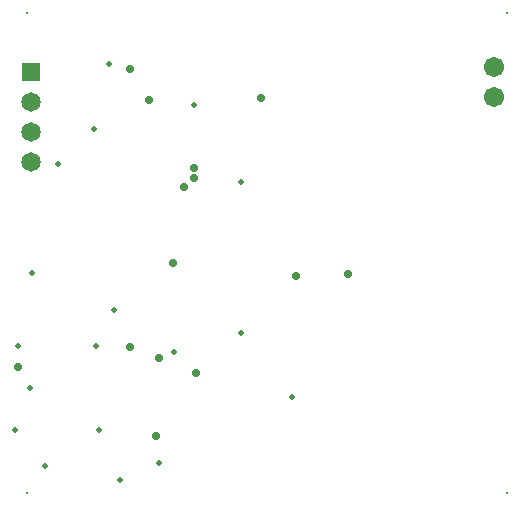
<source format=gbs>
G04*
G04 #@! TF.GenerationSoftware,Altium Limited,Altium Designer,20.0.13 (296)*
G04*
G04 Layer_Color=16711935*
%FSLAX25Y25*%
%MOIN*%
G70*
G01*
G75*
%ADD56C,0.06706*%
%ADD57C,0.06496*%
%ADD58R,0.06496X0.06496*%
%ADD59C,0.00800*%
%ADD60C,0.01981*%
%ADD61C,0.02769*%
D56*
X250500Y501000D02*
D03*
Y491000D02*
D03*
D57*
X96063Y479370D02*
D03*
Y489370D02*
D03*
Y469370D02*
D03*
D58*
Y499370D02*
D03*
D59*
X95000Y359000D02*
D03*
X255000D02*
D03*
Y519000D02*
D03*
X95000D02*
D03*
D60*
X144000Y406000D02*
D03*
X124000Y420000D02*
D03*
X119000Y380000D02*
D03*
X101000Y368000D02*
D03*
X91000Y380000D02*
D03*
X96000Y394000D02*
D03*
X92000Y408000D02*
D03*
X118000D02*
D03*
X125984Y363189D02*
D03*
X166339Y412402D02*
D03*
Y462598D02*
D03*
X139000Y369000D02*
D03*
X183071Y390748D02*
D03*
X96457Y432087D02*
D03*
X150591Y488189D02*
D03*
X117126Y480315D02*
D03*
X105315Y468504D02*
D03*
X122047Y501968D02*
D03*
D61*
X138000Y378000D02*
D03*
X92000Y401000D02*
D03*
X201969Y431890D02*
D03*
X172835Y490551D02*
D03*
X129134Y500394D02*
D03*
X184682Y431139D02*
D03*
X143701Y435433D02*
D03*
X151181Y398819D02*
D03*
X147244Y461024D02*
D03*
X150394Y467323D02*
D03*
X135592Y489923D02*
D03*
X150394Y463779D02*
D03*
X138976Y403937D02*
D03*
X129134Y407480D02*
D03*
M02*

</source>
